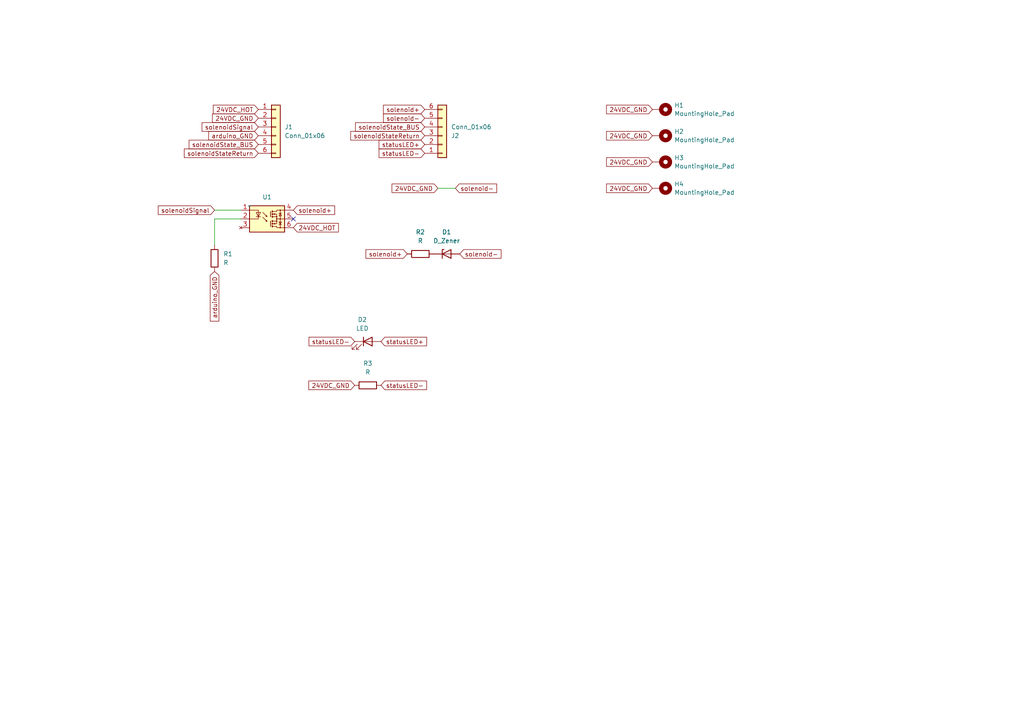
<source format=kicad_sch>
(kicad_sch (version 20230121) (generator eeschema)
  (paper "A4")
  (lib_symbols
    (symbol "Connector_Generic:Conn_01x06" (pin_names (offset 1.016) hide)
      (property "Reference" "J" (at 0 7.62 0))
      (property "Value" "Conn_01x06" (at 0 -10.16 0))
      (symbol "Conn_01x06_1_1"
        (rectangle (start -1.27 -7.493) (end 0 -7.747) (stroke (width 0.1524)))
        (rectangle (start -1.27 -4.953) (end 0 -5.207) (stroke (width 0.1524)))
        (rectangle (start -1.27 -2.413) (end 0 -2.667) (stroke (width 0.1524)))
        (rectangle (start -1.27 0.127) (end 0 -0.127) (stroke (width 0.1524)))
        (rectangle (start -1.27 2.667) (end 0 2.413) (stroke (width 0.1524)))
        (rectangle (start -1.27 5.207) (end 0 4.953) (stroke (width 0.1524)))
        (rectangle (start -1.27 6.35) (end 1.27 -8.89) (stroke (width 0.254)) (fill (type background)))
        (pin passive line (at -5.08 5.08 0) (length 3.81) (name "Pin_1") (number "1"))
        (pin passive line (at -5.08 2.54 0) (length 3.81) (name "Pin_2") (number "2"))
        (pin passive line (at -5.08 0 0) (length 3.81) (name "Pin_3") (number "3"))
        (pin passive line (at -5.08 -2.54 0) (length 3.81) (name "Pin_4") (number "4"))
        (pin passive line (at -5.08 -5.08 0) (length 3.81) (name "Pin_5") (number "5"))
        (pin passive line (at -5.08 -7.62 0) (length 3.81) (name "Pin_6") (number "6"))
      )
    )
    (symbol "Device:D_Zener" (pin_numbers hide) (pin_names (offset 1.016) hide)
      (property "Reference" "D" (at 0 2.54 0))
      (property "Value" "D_Zener" (at 0 -2.54 0))
      (symbol "D_Zener_0_1"
        (polyline (pts (xy 1.27 0) (xy -1.27 0)))
        (polyline (pts (xy -1.27 -1.27) (xy -1.27 1.27) (xy -0.762 1.27)) (stroke (width 0.254)))
        (polyline (pts (xy 1.27 -1.27) (xy 1.27 1.27) (xy -1.27 0) (xy 1.27 -1.27)) (stroke (width 0.254)))
      )
      (symbol "D_Zener_1_1"
        (pin passive line (at -3.81 0 0) (length 2.54) (name "K") (number "1"))
        (pin passive line (at 3.81 0 180) (length 2.54) (name "A") (number "2"))
      )
    )
    (symbol "Device:LED" (pin_numbers hide) (pin_names (offset 1.016) hide)
      (property "Reference" "D" (at 0 2.54 0))
      (property "Value" "LED" (at 0 -2.54 0))
      (symbol "LED_0_1"
        (polyline (pts (xy -1.27 -1.27) (xy -1.27 1.27)) (stroke (width 0.254)))
        (polyline (pts (xy -1.27 0) (xy 1.27 0)))
        (polyline (pts (xy 1.27 -1.27) (xy 1.27 1.27) (xy -1.27 0) (xy 1.27 -1.27)) (stroke (width 0.254)))
        (polyline (pts (xy -3.048 -0.762) (xy -4.572 -2.286) (xy -3.81 -2.286) (xy -4.572 -2.286) (xy -4.572 -1.524)))
        (polyline (pts (xy -1.778 -0.762) (xy -3.302 -2.286) (xy -2.54 -2.286) (xy -3.302 -2.286) (xy -3.302 -1.524)))
      )
      (symbol "LED_1_1"
        (pin passive line (at -3.81 0 0) (length 2.54) (name "K") (number "1"))
        (pin passive line (at 3.81 0 180) (length 2.54) (name "A") (number "2"))
      )
    )
    (symbol "Device:R" (pin_numbers hide) (pin_names (offset 0))
      (property "Reference" "R" (at 2.032 0 90))
      (property "Value" "R" (at 0 0 90))
      (symbol "R_0_1"
        (rectangle (start -1.016 -2.54) (end 1.016 2.54) (stroke (width 0.254)))
      )
      (symbol "R_1_1"
        (pin passive line (at 0 3.81 270) (length 1.27) (name "~") (number "1"))
        (pin passive line (at 0 -3.81 90) (length 1.27) (name "~") (number "2"))
      )
    )
    (symbol "Mechanical:MountingHole_Pad" (pin_numbers hide) (pin_names (offset 1.016) hide)
      (property "Reference" "H" (at 0 6.35 0))
      (property "Value" "MountingHole_Pad" (at 0 4.445 0))
      (symbol "MountingHole_Pad_0_1"
        (circle (center 0 1.27) (radius 1.27) (stroke (width 1.27)))
      )
      (symbol "MountingHole_Pad_1_1"
        (pin input line (at 0 -2.54 90) (length 2.54) (name "1") (number "1"))
      )
    )
    (symbol "customParts:omron_ASSR_G3VM-61B1"
      (property "Reference" "U" (at 5.08 1.27 0))
      (symbol "omron_ASSR_G3VM-61B1_0_1"
        (polyline (pts (xy 1.905 -3.175) (xy 3.175 -3.175)))
        (polyline (pts (xy 6.096 -4.445) (xy 6.096 -5.969)) (stroke (width 0.2032)))
        (polyline (pts (xy 6.096 -1.651) (xy 6.096 -3.175)) (stroke (width 0.2032)))
        (polyline (pts (xy 6.604 -4.318) (xy 6.604 -4.572)) (stroke (width 0.3556)))
        (polyline (pts (xy 7.874 -3.81) (xy 8.89 -3.81)))
        (polyline (pts (xy 8.509 -5.461) (xy 9.271 -5.461)))
        (polyline (pts (xy 8.509 -2.159) (xy 9.271 -2.159)))
        (polyline (pts (xy 8.89 -6.35) (xy 8.89 -1.27)))
        (polyline (pts (xy 8.89 -3.81) (xy 10.16 -3.81)))
        (polyline (pts (xy 6.604 -5.842) (xy 6.604 -6.096) (xy 6.604 -6.096)) (stroke (width 0.3556)))
        (polyline (pts (xy 6.604 -5.08) (xy 6.604 -5.334) (xy 6.604 -5.334)) (stroke (width 0.3556)))
        (polyline (pts (xy 6.604 -3.048) (xy 6.604 -3.302) (xy 6.604 -3.302)) (stroke (width 0.3556)))
        (polyline (pts (xy 6.604 -2.286) (xy 6.604 -2.54) (xy 6.604 -2.54)) (stroke (width 0.3556)))
        (polyline (pts (xy 6.604 -1.524) (xy 6.604 -1.778) (xy 6.604 -1.778)) (stroke (width 0.3556)))
        (polyline (pts (xy 6.731 -5.207) (xy 7.874 -5.207) (xy 7.874 -4.445)))
        (polyline (pts (xy 6.731 -2.413) (xy 7.874 -2.413) (xy 7.874 -3.175)))
        (polyline (pts (xy 0 -1.27) (xy 2.54 -1.27) (xy 2.54 -3.81) (xy 0 -3.81)))
        (polyline (pts (xy 2.54 -3.175) (xy 1.905 -1.905) (xy 3.175 -1.905) (xy 2.54 -3.175)))
        (polyline (pts (xy 6.731 -5.969) (xy 7.874 -5.969) (xy 7.874 -6.35) (xy 10.16 -6.35)))
        (polyline (pts (xy 6.731 -4.445) (xy 7.874 -4.445) (xy 7.874 -3.175) (xy 6.731 -3.175)))
        (polyline (pts (xy 6.731 -1.651) (xy 7.874 -1.651) (xy 7.874 -1.27) (xy 10.16 -1.27)))
        (polyline (pts (xy 6.858 -5.207) (xy 7.366 -5.08) (xy 7.366 -5.334) (xy 6.858 -5.207)))
        (polyline (pts (xy 6.858 -2.413) (xy 7.366 -2.286) (xy 7.366 -2.54) (xy 6.858 -2.413)))
        (polyline (pts (xy 8.89 -5.461) (xy 8.509 -4.699) (xy 9.271 -4.699) (xy 8.89 -5.461)))
        (polyline (pts (xy 8.89 -2.159) (xy 8.509 -2.921) (xy 9.271 -2.921) (xy 8.89 -2.159)))
        (polyline (pts (xy 3.81 -3.302) (xy 5.08 -4.572) (xy 4.953 -4.191) (xy 4.699 -4.445) (xy 5.08 -4.572)))
        (polyline (pts (xy 3.81 -1.905) (xy 5.08 -3.175) (xy 4.953 -2.794) (xy 4.699 -3.048) (xy 5.08 -3.175)))
        (rectangle (start 0 0) (end 10.16 -7.62) (stroke (width 0.254)) (fill (type background)))
        (circle (center 7.874 -4.445) (radius 0.127))
        (circle (center 7.874 -3.81) (radius 0.127))
        (circle (center 7.874 -3.175) (radius 0.127))
        (circle (center 8.89 -6.35) (radius 0.127))
        (circle (center 8.89 -3.81) (radius 0.127))
        (circle (center 8.89 -1.27) (radius 0.127))
      )
      (symbol "omron_ASSR_G3VM-61B1_1_1"
        (pin passive line (at -2.54 -1.27 0) (length 2.54) (name "~") (number "1"))
        (pin passive line (at -2.54 -3.81 0) (length 2.54) (name "~") (number "2"))
        (pin no_connect line (at -2.54 -6.35 0) (length 2.54) (name "") (number "3"))
        (pin passive line (at 12.7 -1.27 180) (length 2.54) (name "~") (number "4"))
        (pin passive line (at 12.7 -3.81 180) (length 2.54) (name "~") (number "5"))
        (pin passive line (at 12.7 -6.35 180) (length 2.54) (name "") (number "6"))
      )
    )
  )
  (no_connect (at 85.09 63.5))
  (wire (pts (xy 62.23 60.96) (xy 69.85 60.96)))
  (wire (pts (xy 127 54.61) (xy 132.08 54.61)))
  (wire (pts (xy 62.23 63.5) (xy 62.23 71.12)))
  (wire (pts (xy 69.85 63.5) (xy 62.23 63.5)))
  (global_label "24VDC_GND" (shape input) (at 102.87 111.76 180) (property "Intersheetrefs" "${INTERSHEET_REFS}" (effects hide)))
  (global_label "arduino_GND" (shape input) (at 74.93 39.37 180) (property "Intersheetrefs" "${INTERSHEET_REFS}" (effects hide)))
  (global_label "solenoidState_BUS" (shape input) (at 74.93 41.91 180) (property "Intersheetrefs" "${INTERSHEET_REFS}" (effects hide)))
  (global_label "solenoidStateReturn" (shape input) (at 123.19 39.37 180) (property "Intersheetrefs" "${INTERSHEET_REFS}" (effects hide)))
  (global_label "24VDC_GND" (shape input) (at 74.93 34.29 180) (property "Intersheetrefs" "${INTERSHEET_REFS}" (effects hide)))
  (global_label "24VDC_GND" (shape input) (at 127 54.61 180) (property "Intersheetrefs" "${INTERSHEET_REFS}" (effects hide)))
  (global_label "24VDC_GND" (shape input) (at 189.23 46.99 180) (property "Intersheetrefs" "${INTERSHEET_REFS}" (effects hide)))
  (global_label "solenoid-" (shape input) (at 132.08 54.61 0) (property "Intersheetrefs" "${INTERSHEET_REFS}" (effects hide)))
  (global_label "statusLED+" (shape input) (at 123.19 41.91 180) (property "Intersheetrefs" "${INTERSHEET_REFS}" (effects hide)))
  (global_label "solenoidSignal" (shape input) (at 62.23 60.96 180) (property "Intersheetrefs" "${INTERSHEET_REFS}" (effects hide)))
  (global_label "24VDC_GND" (shape input) (at 189.23 39.37 180) (property "Intersheetrefs" "${INTERSHEET_REFS}" (effects hide)))
  (global_label "solenoidState_BUS" (shape input) (at 123.19 36.83 180) (property "Intersheetrefs" "${INTERSHEET_REFS}" (effects hide)))
  (global_label "solenoid+" (shape input) (at 118.11 73.66 180) (property "Intersheetrefs" "${INTERSHEET_REFS}" (effects hide)))
  (global_label "solenoidStateReturn" (shape input) (at 74.93 44.45 180) (property "Intersheetrefs" "${INTERSHEET_REFS}" (effects hide)))
  (global_label "solenoid+" (shape input) (at 85.09 60.96 0) (property "Intersheetrefs" "${INTERSHEET_REFS}" (effects hide)))
  (global_label "solenoid-" (shape input) (at 133.35 73.66 0) (property "Intersheetrefs" "${INTERSHEET_REFS}" (effects hide)))
  (global_label "24VDC_HOT" (shape input) (at 85.09 66.04 0) (property "Intersheetrefs" "${INTERSHEET_REFS}" (effects hide)))
  (global_label "solenoidSignal" (shape input) (at 74.93 36.83 180) (property "Intersheetrefs" "${INTERSHEET_REFS}" (effects hide)))
  (global_label "statusLED-" (shape input) (at 102.87 99.06 180) (property "Intersheetrefs" "${INTERSHEET_REFS}" (effects hide)))
  (global_label "statusLED+" (shape input) (at 110.49 99.06 0) (property "Intersheetrefs" "${INTERSHEET_REFS}" (effects hide)))
  (global_label "statusLED-" (shape input) (at 110.49 111.76 0) (property "Intersheetrefs" "${INTERSHEET_REFS}" (effects hide)))
  (global_label "24VDC_HOT" (shape input) (at 74.93 31.75 180) (property "Intersheetrefs" "${INTERSHEET_REFS}" (effects hide)))
  (global_label "24VDC_GND" (shape input) (at 189.23 54.61 180) (property "Intersheetrefs" "${INTERSHEET_REFS}" (effects hide)))
  (global_label "24VDC_GND" (shape input) (at 189.23 31.75 180) (property "Intersheetrefs" "${INTERSHEET_REFS}" (effects hide)))
  (global_label "arduino_GND" (shape input) (at 62.23 78.74 270) (property "Intersheetrefs" "${INTERSHEET_REFS}" (effects hide)))
  (global_label "statusLED-" (shape input) (at 123.19 44.45 180) (property "Intersheetrefs" "${INTERSHEET_REFS}" (effects hide)))
  (global_label "solenoid+" (shape input) (at 123.19 31.75 180) (property "Intersheetrefs" "${INTERSHEET_REFS}" (effects hide)))
  (global_label "solenoid-" (shape input) (at 123.19 34.29 180) (property "Intersheetrefs" "${INTERSHEET_REFS}" (effects hide)))
  (symbol (lib_id "Connector_Generic:Conn_01x06") (at 128.27 39.37 0) (mirror x) (unit 1)
    (property "Reference" "J2" (at 130.81 39.37 0) (effects (justify left)))
    (property "Value" "Conn_01x06" (at 130.81 36.83 0) (effects (justify left)))
    (property "Footprint" "customFootprints:phoenixContact_MPT_05_254-6way" (effects hide))
  )
  (symbol (lib_id "Device:D_Zener") (at 129.54 73.66 0) (unit 1)
    (property "Reference" "D1" (at 129.54 67.31 0))
    (property "Value" "D_Zener" (at 129.54 69.85 0))
    (property "Footprint" "Diode_THT:D_A-405_P7.62mm_Horizontal" (effects hide))
  )
  (symbol (lib_id "Device:R") (at 62.23 74.93 0) (unit 1)
    (property "Reference" "R1" (at 64.77 73.66 0) (effects (justify left)))
    (property "Value" "R" (at 64.77 76.2 0) (effects (justify left)))
    (property "Footprint" "Resistor_SMD:R_2010_5025Metric_Pad1.40x2.65mm_HandSolder" (effects hide))
  )
  (symbol (lib_id "Device:R") (at 106.68 111.76 90) (unit 1)
    (property "Reference" "R3" (at 106.68 105.41 90))
    (property "Value" "R" (at 106.68 107.95 90))
    (property "Footprint" "Resistor_SMD:R_2010_5025Metric_Pad1.40x2.65mm_HandSolder" (effects hide))
  )
  (symbol (lib_id "Device:LED") (at 106.68 99.06 0) (unit 1)
    (property "Reference" "D2" (at 105.0925 92.71 0))
    (property "Value" "LED" (at 105.0925 95.25 0))
    (property "Footprint" "LED_THT:LED_D3.0mm" (effects hide))
  )
  (symbol (lib_id "Connector_Generic:Conn_01x06") (at 80.01 36.83 0) (unit 1)
    (property "Reference" "J1" (at 82.55 36.83 0) (effects (justify left)))
    (property "Value" "Conn_01x06" (at 82.55 39.37 0) (effects (justify left)))
    (property "Footprint" "Connector_PinHeader_2.54mm:PinHeader_1x06_P2.54mm_Horizontal" (effects hide))
  )
  (symbol (lib_id "Device:R") (at 121.92 73.66 90) (unit 1)
    (property "Reference" "R2" (at 121.92 67.31 90))
    (property "Value" "R" (at 121.92 69.85 90))
    (property "Footprint" "Resistor_SMD:R_2010_5025Metric_Pad1.40x2.65mm_HandSolder" (effects hide))
  )
  (symbol (lib_id "Mechanical:MountingHole_Pad") (at 191.77 54.61 270) (unit 1)
    (property "Reference" "H4" (at 195.58 53.3979 90) (effects (justify left)))
    (property "Value" "MountingHole_Pad" (at 195.58 55.8221 90) (effects (justify left)))
    (property "Footprint" "MountingHole:MountingHole_2.5mm_Pad_Via" (effects hide))
  )
  (symbol (lib_id "Mechanical:MountingHole_Pad") (at 191.77 31.75 270) (unit 1)
    (property "Reference" "H1" (at 195.58 30.5379 90) (effects (justify left)))
    (property "Value" "MountingHole_Pad" (at 195.58 32.9621 90) (effects (justify left)))
    (property "Footprint" "MountingHole:MountingHole_2.5mm_Pad_Via" (effects hide))
  )
  (symbol (lib_id "Mechanical:MountingHole_Pad") (at 191.77 39.37 270) (unit 1)
    (property "Reference" "H2" (at 195.58 38.1579 90) (effects (justify left)))
    (property "Value" "MountingHole_Pad" (at 195.58 40.5821 90) (effects (justify left)))
    (property "Footprint" "MountingHole:MountingHole_2.5mm_Pad_Via" (effects hide))
  )
  (symbol (lib_id "Mechanical:MountingHole_Pad") (at 191.77 46.99 270) (unit 1)
    (property "Reference" "H3" (at 195.58 45.7779 90) (effects (justify left)))
    (property "Value" "MountingHole_Pad" (at 195.58 48.2021 90) (effects (justify left)))
    (property "Footprint" "MountingHole:MountingHole_2.5mm_Pad_Via" (effects hide))
  )
  (symbol (lib_id "customParts:omron_ASSR_G3VM-61B1") (at 72.39 59.69 0) (unit 1)
    (property "Reference" "U1" (at 77.47 57.15 0))
    (property "Value" "~" (at 72.39 59.69 0))
    (property "Footprint" "Package_DIP:DIP-6_W7.62mm" (effects hide))
  )
)
</source>
